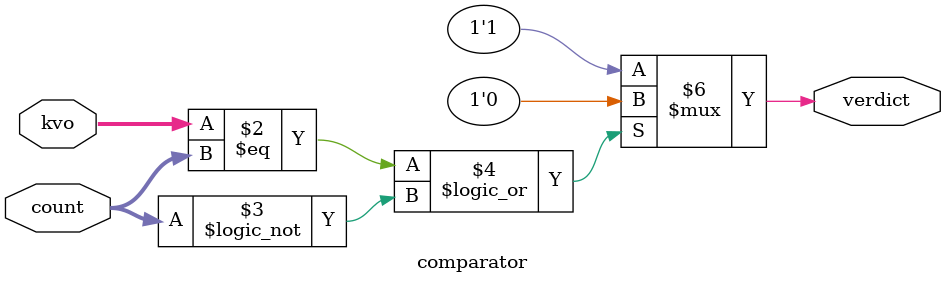
<source format=sv>
`timescale 1ns / 1ps


module comparator(input logic [3:0] kvo, count,
                  output logic verdict );
                  
                  always_comb
                    if ((kvo == count) || (count == 0)) verdict = 1'b0; // NO ERROR
                    else verdict = 1'b1;
                    
endmodule

</source>
